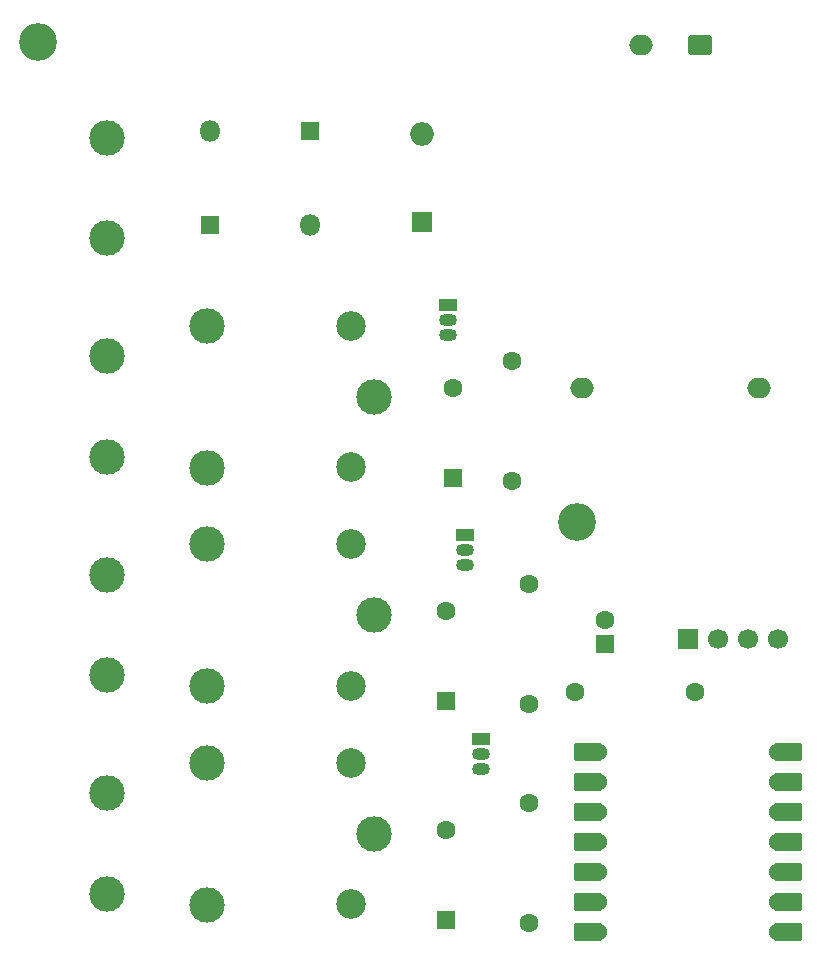
<source format=gbr>
%TF.GenerationSoftware,KiCad,Pcbnew,9.0.5*%
%TF.CreationDate,2025-10-13T17:13:28+02:00*%
%TF.ProjectId,power-sequencer-pcb,706f7765-722d-4736-9571-75656e636572,A*%
%TF.SameCoordinates,Original*%
%TF.FileFunction,Soldermask,Top*%
%TF.FilePolarity,Negative*%
%FSLAX46Y46*%
G04 Gerber Fmt 4.6, Leading zero omitted, Abs format (unit mm)*
G04 Created by KiCad (PCBNEW 9.0.5) date 2025-10-13 17:13:28*
%MOMM*%
%LPD*%
G01*
G04 APERTURE LIST*
G04 Aperture macros list*
%AMRoundRect*
0 Rectangle with rounded corners*
0 $1 Rounding radius*
0 $2 $3 $4 $5 $6 $7 $8 $9 X,Y pos of 4 corners*
0 Add a 4 corners polygon primitive as box body*
4,1,4,$2,$3,$4,$5,$6,$7,$8,$9,$2,$3,0*
0 Add four circle primitives for the rounded corners*
1,1,$1+$1,$2,$3*
1,1,$1+$1,$4,$5*
1,1,$1+$1,$6,$7*
1,1,$1+$1,$8,$9*
0 Add four rect primitives between the rounded corners*
20,1,$1+$1,$2,$3,$4,$5,0*
20,1,$1+$1,$4,$5,$6,$7,0*
20,1,$1+$1,$6,$7,$8,$9,0*
20,1,$1+$1,$8,$9,$2,$3,0*%
G04 Aperture macros list end*
%ADD10C,3.000000*%
%ADD11C,1.600000*%
%ADD12RoundRect,0.250000X0.550000X-0.550000X0.550000X0.550000X-0.550000X0.550000X-0.550000X-0.550000X0*%
%ADD13O,1.500000X1.050000*%
%ADD14R,1.500000X1.050000*%
%ADD15C,2.500000*%
%ADD16C,3.200000*%
%ADD17R,1.800000X1.800000*%
%ADD18O,2.000000X2.000000*%
%ADD19RoundRect,0.152400X-1.063600X-0.609600X1.063600X-0.609600X1.063600X0.609600X-1.063600X0.609600X0*%
%ADD20C,1.524000*%
%ADD21RoundRect,0.152400X1.063600X0.609600X-1.063600X0.609600X-1.063600X-0.609600X1.063600X-0.609600X0*%
%ADD22R,1.700000X1.700000*%
%ADD23C,1.700000*%
%ADD24RoundRect,0.250000X-0.750000X0.600000X-0.750000X-0.600000X0.750000X-0.600000X0.750000X0.600000X0*%
%ADD25O,2.000000X1.700000*%
%ADD26R,1.600000X1.600000*%
%ADD27O,1.800000X1.800000*%
G04 APERTURE END LIST*
D10*
%TO.C,J1*%
X86307500Y-78095000D03*
X86307500Y-69595000D03*
%TD*%
%TO.C,J2*%
X86307500Y-96595000D03*
X86307500Y-88095000D03*
%TD*%
%TO.C,J4*%
X86307500Y-133595000D03*
X86307500Y-125095000D03*
%TD*%
%TO.C,J3*%
X86307500Y-115095000D03*
X86307500Y-106595000D03*
%TD*%
D11*
%TO.C,R2*%
X120595000Y-98675000D03*
X120595000Y-88515000D03*
%TD*%
%TO.C,D1*%
X115595000Y-90785000D03*
D12*
X115595000Y-98405000D03*
%TD*%
D13*
%TO.C,Q1*%
X115140000Y-86270000D03*
X115140000Y-85000000D03*
D14*
X115140000Y-83730000D03*
%TD*%
D11*
%TO.C,R3*%
X122000000Y-107420000D03*
X122000000Y-117580000D03*
%TD*%
D12*
%TO.C,D3*%
X115000000Y-135810000D03*
D11*
X115000000Y-128190000D03*
%TD*%
D10*
%TO.C,K2*%
X108950000Y-110050000D03*
D15*
X107000000Y-104000000D03*
D10*
X94800000Y-104000000D03*
X94750000Y-116050000D03*
D15*
X107000000Y-116000000D03*
%TD*%
D16*
%TO.C,REF\u002A\u002A*%
X126095000Y-102095000D03*
%TD*%
D17*
%TO.C,RV1*%
X113000000Y-76750000D03*
D18*
X113000000Y-69250000D03*
%TD*%
D12*
%TO.C,C1*%
X128500000Y-112455113D03*
D11*
X128500000Y-110455113D03*
%TD*%
D19*
%TO.C,U1*%
X143955000Y-136851500D03*
D20*
X143120000Y-136851500D03*
D19*
X143955000Y-134311500D03*
D20*
X143120000Y-134311500D03*
D19*
X143955000Y-131771500D03*
D20*
X143120000Y-131771500D03*
D19*
X143955000Y-129231500D03*
D20*
X143120000Y-129231500D03*
D19*
X143955000Y-126691500D03*
D20*
X143120000Y-126691500D03*
D19*
X143955000Y-124151500D03*
D20*
X143120000Y-124151500D03*
D19*
X143955000Y-121611500D03*
D20*
X143120000Y-121611500D03*
X127880000Y-121611500D03*
D21*
X127045000Y-121611500D03*
D20*
X127880000Y-124151500D03*
D21*
X127045000Y-124151500D03*
D20*
X127880000Y-126691500D03*
D21*
X127045000Y-126691500D03*
D20*
X127880000Y-129231500D03*
D21*
X127045000Y-129231500D03*
D20*
X127880000Y-131771500D03*
D21*
X127045000Y-131771500D03*
D20*
X127880000Y-134311500D03*
D21*
X127045000Y-134311500D03*
D20*
X127880000Y-136851500D03*
D21*
X127045000Y-136851500D03*
%TD*%
D12*
%TO.C,D2*%
X115000000Y-117310000D03*
D11*
X115000000Y-109690000D03*
%TD*%
D10*
%TO.C,K3*%
X108950000Y-128550000D03*
D15*
X107000000Y-122500000D03*
D10*
X94800000Y-122500000D03*
X94750000Y-134550000D03*
D15*
X107000000Y-134500000D03*
%TD*%
D16*
%TO.C,REF\u002A\u002A*%
X80500000Y-61500000D03*
%TD*%
D11*
%TO.C,R4*%
X122000000Y-125920000D03*
X122000000Y-136080000D03*
%TD*%
D10*
%TO.C,K1*%
X108950000Y-91550000D03*
D15*
X107000000Y-85500000D03*
D10*
X94800000Y-85500000D03*
X94750000Y-97550000D03*
D15*
X107000000Y-97500000D03*
%TD*%
D14*
%TO.C,Q3*%
X118000000Y-120500000D03*
D13*
X118000000Y-121770000D03*
X118000000Y-123040000D03*
%TD*%
D22*
%TO.C,SW1*%
X135500000Y-112000000D03*
D23*
X138040000Y-112000000D03*
X140580000Y-112000000D03*
X143120000Y-112000000D03*
%TD*%
D24*
%TO.C,PS1*%
X136500000Y-61712500D03*
D25*
X131500000Y-61712500D03*
X141500000Y-90792500D03*
X126500000Y-90792500D03*
%TD*%
D11*
%TO.C,R1*%
X136080000Y-116500000D03*
X125920000Y-116500000D03*
%TD*%
D26*
%TO.C,F1*%
X95000000Y-77000000D03*
D27*
X95000000Y-69000000D03*
%TD*%
D14*
%TO.C,Q2*%
X116640000Y-103230000D03*
D13*
X116640000Y-104500000D03*
X116640000Y-105770000D03*
%TD*%
D26*
%TO.C,SW2*%
X103500000Y-69000000D03*
D27*
X103500000Y-77000000D03*
%TD*%
M02*

</source>
